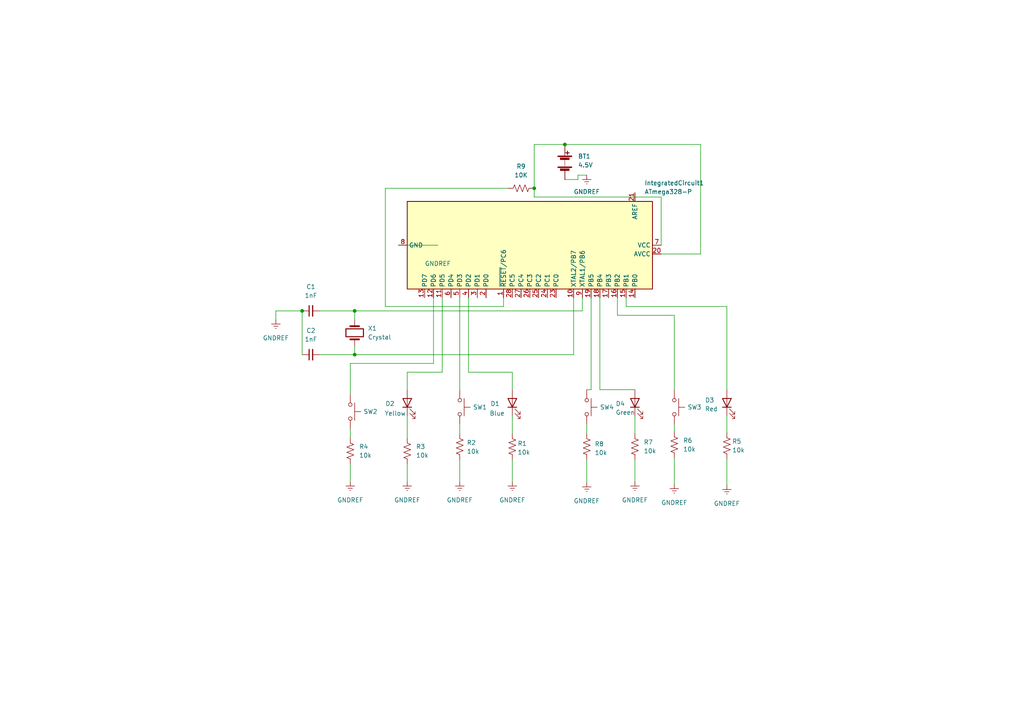
<source format=kicad_sch>
(kicad_sch (version 20211123) (generator eeschema)
  (paper "A4")
  (title_block (title "Simon Says") (date "2022-03-10") (rev "v01") (comment 4 "Author: Srishti Nautiyal and Iria Wang"))
  (lib_symbols
    (symbol "Device:Battery" (pin_numbers hide) (pin_names (offset 0) hide)
      (property "Reference" "BT" (at 2.54 2.54 0))
      (property "Value" "Battery" (at 2.54 0 0))
      (symbol "Battery_0_1"
        (rectangle (start -2.032 -1.397) (end 2.032 -1.651) (fill (type outline)))
        (rectangle (start -2.032 1.778) (end 2.032 1.524) (fill (type outline)))
        (rectangle (start -1.3208 -1.9812) (end 1.27 -2.4892) (fill (type outline)))
        (rectangle (start -1.3208 1.1938) (end 1.27 0.6858) (fill (type outline)))
        (polyline (pts (xy 0 -1.524) (xy 0 -1.27)))
        (polyline (pts (xy 0 -1.016) (xy 0 -0.762)))
        (polyline (pts (xy 0 -0.508) (xy 0 -0.254)))
        (polyline (pts (xy 0 0) (xy 0 0.254)))
        (polyline (pts (xy 0 0.508) (xy 0 0.762)))
        (polyline (pts (xy 0 1.778) (xy 0 2.54)))
        (polyline (pts (xy 0.254 2.667) (xy 1.27 2.667)) (stroke (width 0.254)))
        (polyline (pts (xy 0.762 3.175) (xy 0.762 2.159)) (stroke (width 0.254)))
      )
      (symbol "Battery_1_1"
        (pin passive line (at 0 5.08 270) (length 2.54) (name "+") (number "1"))
        (pin passive line (at 0 -5.08 90) (length 2.54) (name "-") (number "2"))
      )
    )
    (symbol "Device:C_Small" (pin_numbers hide) (pin_names (offset 0.254) hide)
      (property "Reference" "C" (at 0.254 1.778 0))
      (property "Value" "C_Small" (at 0.254 -2.032 0))
      (symbol "C_Small_0_1"
        (polyline (pts (xy -1.524 -0.508) (xy 1.524 -0.508)) (stroke (width 0.3302)))
        (polyline (pts (xy -1.524 0.508) (xy 1.524 0.508)) (stroke (width 0.3048)))
      )
      (symbol "C_Small_1_1"
        (pin passive line (at 0 2.54 270) (length 2.032) (name "~") (number "1"))
        (pin passive line (at 0 -2.54 90) (length 2.032) (name "~") (number "2"))
      )
    )
    (symbol "Device:Crystal" (pin_numbers hide) (pin_names (offset 1.016) hide)
      (property "Reference" "Y" (at 0 3.81 0))
      (property "Value" "Crystal" (at 0 -3.81 0))
      (symbol "Crystal_0_1"
        (rectangle (start -1.143 2.54) (end 1.143 -2.54) (stroke (width 0.3048)))
        (polyline (pts (xy -2.54 0) (xy -1.905 0)))
        (polyline (pts (xy -1.905 -1.27) (xy -1.905 1.27)) (stroke (width 0.508)))
        (polyline (pts (xy 1.905 -1.27) (xy 1.905 1.27)) (stroke (width 0.508)))
        (polyline (pts (xy 2.54 0) (xy 1.905 0)))
      )
      (symbol "Crystal_1_1"
        (pin passive line (at -3.81 0 0) (length 1.27) (name "1") (number "1"))
        (pin passive line (at 3.81 0 180) (length 1.27) (name "2") (number "2"))
      )
    )
    (symbol "Device:LED" (pin_numbers hide) (pin_names (offset 1.016) hide)
      (property "Reference" "D" (at 0 2.54 0))
      (property "Value" "LED" (at 0 -2.54 0))
      (symbol "LED_0_1"
        (polyline (pts (xy -1.27 -1.27) (xy -1.27 1.27)) (stroke (width 0.254)))
        (polyline (pts (xy -1.27 0) (xy 1.27 0)))
        (polyline (pts (xy 1.27 -1.27) (xy 1.27 1.27) (xy -1.27 0) (xy 1.27 -1.27)) (stroke (width 0.254)))
        (polyline (pts (xy -3.048 -0.762) (xy -4.572 -2.286) (xy -3.81 -2.286) (xy -4.572 -2.286) (xy -4.572 -1.524)))
        (polyline (pts (xy -1.778 -0.762) (xy -3.302 -2.286) (xy -2.54 -2.286) (xy -3.302 -2.286) (xy -3.302 -1.524)))
      )
      (symbol "LED_1_1"
        (pin passive line (at -3.81 0 0) (length 2.54) (name "K") (number "1"))
        (pin passive line (at 3.81 0 180) (length 2.54) (name "A") (number "2"))
      )
    )
    (symbol "Device:R_US" (pin_numbers hide) (pin_names (offset 0))
      (property "Reference" "R" (at 2.54 0 90))
      (property "Value" "R_US" (at -2.54 0 90))
      (symbol "R_US_0_1"
        (polyline (pts (xy 0 -2.286) (xy 0 -2.54)))
        (polyline (pts (xy 0 2.286) (xy 0 2.54)))
        (polyline (pts (xy 0 -0.762) (xy 1.016 -1.143) (xy 0 -1.524) (xy -1.016 -1.905) (xy 0 -2.286)))
        (polyline (pts (xy 0 0.762) (xy 1.016 0.381) (xy 0 0) (xy -1.016 -0.381) (xy 0 -0.762)))
        (polyline (pts (xy 0 2.286) (xy 1.016 1.905) (xy 0 1.524) (xy -1.016 1.143) (xy 0 0.762)))
      )
      (symbol "R_US_1_1"
        (pin passive line (at 0 3.81 270) (length 1.27) (name "~") (number "1"))
        (pin passive line (at 0 -3.81 90) (length 1.27) (name "~") (number "2"))
      )
    )
    (symbol "MCU_Microchip_ATmega:ATmega328-P"
      (property "Reference" "U" (at -12.7 36.83 0))
      (property "Value" "ATmega328-P" (at 2.54 -36.83 0))
      (symbol "ATmega328-P_0_1"
        (rectangle (start -12.7 -35.56) (end 12.7 35.56) (stroke (width 0.254)) (fill (type background)))
      )
      (symbol "ATmega328-P_1_1"
        (pin bidirectional line (at 15.24 -7.62 180) (length 2.54) (name "~{RESET}/PC6") (number "1"))
        (pin bidirectional line (at 15.24 12.7 180) (length 2.54) (name "XTAL2/PB7") (number "10"))
        (pin bidirectional line (at 15.24 -25.4 180) (length 2.54) (name "PD5") (number "11"))
        (pin bidirectional line (at 15.24 -27.94 180) (length 2.54) (name "PD6") (number "12"))
        (pin bidirectional line (at 15.24 -30.48 180) (length 2.54) (name "PD7") (number "13"))
        (pin bidirectional line (at 15.24 30.48 180) (length 2.54) (name "PB0") (number "14"))
        (pin bidirectional line (at 15.24 27.94 180) (length 2.54) (name "PB1") (number "15"))
        (pin bidirectional line (at 15.24 25.4 180) (length 2.54) (name "PB2") (number "16"))
        (pin bidirectional line (at 15.24 22.86 180) (length 2.54) (name "PB3") (number "17"))
        (pin bidirectional line (at 15.24 20.32 180) (length 2.54) (name "PB4") (number "18"))
        (pin bidirectional line (at 15.24 17.78 180) (length 2.54) (name "PB5") (number "19"))
        (pin bidirectional line (at 15.24 -12.7 180) (length 2.54) (name "PD0") (number "2"))
        (pin power_in line (at 2.54 38.1 270) (length 2.54) (name "AVCC") (number "20"))
        (pin passive line (at -15.24 30.48 0) (length 2.54) (name "AREF") (number "21"))
        (pin passive line (at 0 -38.1 90) (length 2.54) hide (name "GND") (number "22"))
        (pin bidirectional line (at 15.24 7.62 180) (length 2.54) (name "PC0") (number "23"))
        (pin bidirectional line (at 15.24 5.08 180) (length 2.54) (name "PC1") (number "24"))
        (pin bidirectional line (at 15.24 2.54 180) (length 2.54) (name "PC2") (number "25"))
        (pin bidirectional line (at 15.24 0 180) (length 2.54) (name "PC3") (number "26"))
        (pin bidirectional line (at 15.24 -2.54 180) (length 2.54) (name "PC4") (number "27"))
        (pin bidirectional line (at 15.24 -5.08 180) (length 2.54) (name "PC5") (number "28"))
        (pin bidirectional line (at 15.24 -15.24 180) (length 2.54) (name "PD1") (number "3"))
        (pin bidirectional line (at 15.24 -17.78 180) (length 2.54) (name "PD2") (number "4"))
        (pin bidirectional line (at 15.24 -20.32 180) (length 2.54) (name "PD3") (number "5"))
        (pin bidirectional line (at 15.24 -22.86 180) (length 2.54) (name "PD4") (number "6"))
        (pin power_in line (at 0 38.1 270) (length 2.54) (name "VCC") (number "7"))
        (pin power_in line (at 0 -38.1 90) (length 2.54) (name "GND") (number "8"))
        (pin bidirectional line (at 15.24 15.24 180) (length 2.54) (name "XTAL1/PB6") (number "9"))
      )
    )
    (symbol "Switch:SW_Push" (pin_numbers hide) (pin_names (offset 1.016) hide)
      (property "Reference" "SW" (at 1.27 2.54 0))
      (property "Value" "SW_Push" (at 0 -1.524 0))
      (symbol "SW_Push_0_1"
        (circle (center -2.032 0) (radius 0.508))
        (polyline (pts (xy 0 1.27) (xy 0 3.048)))
        (polyline (pts (xy 2.54 1.27) (xy -2.54 1.27)))
        (circle (center 2.032 0) (radius 0.508))
        (pin passive line (at -5.08 0 0) (length 2.54) (name "1") (number "1"))
        (pin passive line (at 5.08 0 180) (length 2.54) (name "2") (number "2"))
      )
    )
    (symbol "power:GNDREF" (power) (pin_names (offset 0))
      (property "Value" "GNDREF" (at 0 -3.81 0))
      (symbol "GNDREF_0_1"
        (polyline (pts (xy -0.635 -1.905) (xy 0.635 -1.905)))
        (polyline (pts (xy -0.127 -2.54) (xy 0.127 -2.54)))
        (polyline (pts (xy 0 -1.27) (xy 0 0)))
        (polyline (pts (xy 1.27 -1.27) (xy -1.27 -1.27)))
      )
      (symbol "GNDREF_1_1"
        (pin power_in line (at 0 0 270) (length 0) hide (name "GNDREF") (number "1"))
      )
    )
  )
  (junction (at 163.83 41.91))
  (junction (at 102.87 102.87))
  (junction (at 102.87 90.17))
  (junction (at 154.94 54.61))
  (junction (at 87.63 90.17))
  (wire (pts (xy 101.6 134.62) (xy 101.6 139.7)))
  (wire (pts (xy 163.83 52.07) (xy 167.64 52.07)))
  (wire (pts (xy 171.45 113.03) (xy 170.18 113.03)))
  (wire (pts (xy 170.18 139.954) (xy 170.18 133.35)))
  (wire (pts (xy 168.91 90.17) (xy 102.87 90.17)))
  (wire (pts (xy 118.11 120.65) (xy 118.11 127)))
  (wire (pts (xy 173.99 113.03) (xy 184.15 113.03)))
  (wire (pts (xy 166.37 86.36) (xy 166.37 102.87)))
  (wire (pts (xy 195.58 123.19) (xy 195.58 125.222)))
  (wire (pts (xy 167.64 50.8) (xy 170.18 50.8)))
  (wire (pts (xy 102.87 100.33) (xy 102.87 102.87)))
  (wire (pts (xy 92.71 90.17) (xy 102.87 90.17)))
  (wire (pts (xy 87.63 90.17) (xy 87.63 102.87)))
  (wire (pts (xy 195.58 132.842) (xy 195.58 140.462)))
  (wire (pts (xy 133.35 86.36) (xy 133.35 113.03)))
  (wire (pts (xy 184.15 133.35) (xy 184.15 139.7)))
  (wire (pts (xy 92.71 102.87) (xy 102.87 102.87)))
  (wire (pts (xy 102.87 90.17) (xy 102.87 92.71)))
  (wire (pts (xy 181.61 86.36) (xy 181.61 88.9)))
  (wire (pts (xy 166.37 102.87) (xy 102.87 102.87)))
  (wire (pts (xy 101.6 105.41) (xy 125.73 105.41)))
  (wire (pts (xy 128.27 107.95) (xy 118.11 107.95)))
  (wire (pts (xy 135.89 107.95) (xy 148.59 107.95)))
  (wire (pts (xy 154.94 57.15) (xy 154.94 54.61)))
  (wire (pts (xy 154.94 41.91) (xy 163.83 41.91)))
  (wire (pts (xy 101.6 124.46) (xy 101.6 127)))
  (wire (pts (xy 133.35 123.19) (xy 133.35 125.73)))
  (wire (pts (xy 115.57 71.12) (xy 127 71.12)))
  (wire (pts (xy 125.73 86.36) (xy 125.73 105.41)))
  (wire (pts (xy 111.76 88.9) (xy 146.05 88.9)))
  (wire (pts (xy 167.64 52.07) (xy 167.64 50.8)))
  (wire (pts (xy 135.89 86.36) (xy 135.89 107.95)))
  (wire (pts (xy 111.76 54.61) (xy 111.76 88.9)))
  (wire (pts (xy 195.58 91.44) (xy 195.58 113.03)))
  (wire (pts (xy 148.59 120.65) (xy 148.59 125.73)))
  (wire (pts (xy 181.61 88.9) (xy 210.82 88.9)))
  (wire (pts (xy 203.2 41.91) (xy 203.2 73.66)))
  (wire (pts (xy 118.11 134.62) (xy 118.11 139.7)))
  (wire (pts (xy 148.59 107.95) (xy 148.59 113.03)))
  (wire (pts (xy 80.01 90.17) (xy 87.63 90.17)))
  (wire (pts (xy 203.2 73.66) (xy 191.77 73.66)))
  (wire (pts (xy 173.99 86.36) (xy 173.99 113.03)))
  (wire (pts (xy 148.59 133.35) (xy 148.59 139.7)))
  (wire (pts (xy 184.15 120.65) (xy 184.15 125.73)))
  (wire (pts (xy 168.91 86.36) (xy 168.91 90.17)))
  (wire (pts (xy 163.83 41.91) (xy 203.2 41.91)))
  (wire (pts (xy 128.27 86.36) (xy 128.27 107.95)))
  (wire (pts (xy 210.82 120.65) (xy 210.82 125.476)))
  (wire (pts (xy 146.05 88.9) (xy 146.05 86.36)))
  (wire (pts (xy 80.01 92.71) (xy 80.01 90.17)))
  (wire (pts (xy 154.94 41.91) (xy 154.94 54.61)))
  (wire (pts (xy 179.07 86.36) (xy 179.07 91.44)))
  (wire (pts (xy 191.77 57.15) (xy 154.94 57.15)))
  (wire (pts (xy 133.35 133.35) (xy 133.35 139.7)))
  (wire (pts (xy 170.18 123.19) (xy 170.18 125.73)))
  (wire (pts (xy 171.45 86.36) (xy 171.45 113.03)))
  (wire (pts (xy 147.32 54.61) (xy 111.76 54.61)))
  (wire (pts (xy 210.82 88.9) (xy 210.82 113.03)))
  (wire (pts (xy 118.11 107.95) (xy 118.11 113.03)))
  (wire (pts (xy 179.07 91.44) (xy 195.58 91.44)))
  (wire (pts (xy 101.6 114.3) (xy 101.6 105.41)))
  (wire (pts (xy 210.82 133.096) (xy 210.82 140.716)))
  (wire (pts (xy 191.77 71.12) (xy 191.77 57.15)))
  (symbol (lib_id "Device:C_Small") (at 90.17 102.87 90) (unit 1)
    (property "Reference" "C2" (at 90.1763 95.885 90))
    (property "Value" "1nF" (at 90.1763 98.425 90))
    (property "Footprint" "Capacitor_THT:CP_Radial_D4.0mm_P1.50mm" (effects hide))
  )
  (symbol (lib_id "Device:LED") (at 210.82 116.84 90) (unit 1)
    (property "Reference" "D3" (at 204.47 116.078 90) (effects (justify right)))
    (property "Value" "Red" (at 204.47 118.618 90) (effects (justify right)))
    (property "Footprint" "LED_THT:LED_D3.0mm" (effects hide))
  )
  (symbol (lib_id "power:GNDREF") (at 101.6 139.7 0) (unit 1)
    (property "Reference" "#PWR01" (effects hide))
    (property "Value" "GNDREF" (at 101.6 145.034 0))
  )
  (symbol (lib_id "Device:LED") (at 184.15 116.84 90) (unit 1)
    (property "Reference" "D4" (at 178.562 117.094 90) (effects (justify right)))
    (property "Value" "Green" (at 178.562 119.634 90) (effects (justify right)))
    (property "Footprint" "LED_THT:LED_D3.0mm" (effects hide))
  )
  (symbol (lib_id "power:GNDREF") (at 184.15 139.7 0) (unit 1)
    (property "Reference" "#PWR08" (effects hide))
    (property "Value" "GNDREF" (at 184.15 145.034 0))
  )
  (symbol (lib_id "power:GNDREF") (at 210.82 140.716 0) (unit 1)
    (property "Reference" "#PWR010" (effects hide))
    (property "Value" "GNDREF" (at 210.82 146.05 0))
  )
  (symbol (lib_id "power:GNDREF") (at 170.18 50.8 0) (unit 1)
    (property "Reference" "#PWR06" (effects hide))
    (property "Value" "GNDREF" (at 170.18 55.626 0))
  )
  (symbol (lib_id "Device:R_US") (at 133.35 129.54 0) (unit 1)
    (property "Reference" "R2" (at 135.382 128.397 0) (effects (justify left)))
    (property "Value" "10k" (at 135.382 130.937 0) (effects (justify left)))
    (property "Footprint" "Resistor_THT:R_Axial_DIN0207_L6.3mm_D2.5mm_P7.62mm_Horizontal" (effects hide))
  )
  (symbol (lib_id "Switch:SW_Push") (at 195.58 118.11 270) (unit 1)
    (property "Reference" "SW3" (at 199.39 118.1099 90) (effects (justify left)))
    (property "Value" "SW_Push" (effects hide))
    (property "Footprint" "Button_Switch_THT:SW_TH_Tactile_Omron_B3F-10xx" (effects hide))
  )
  (symbol (lib_id "Device:R_US") (at 210.82 129.286 0) (unit 1)
    (property "Reference" "R5" (at 212.344 128.016 0) (effects (justify left)))
    (property "Value" "10k" (at 212.344 130.556 0) (effects (justify left)))
    (property "Footprint" "Resistor_THT:R_Axial_DIN0207_L6.3mm_D2.5mm_P7.62mm_Horizontal" (effects hide))
  )
  (symbol (lib_id "power:GNDREF") (at 127 71.12 0) (unit 1)
    (property "Reference" "#PWR03" (effects hide))
    (property "Value" "GNDREF" (at 127 76.454 0))
  )
  (symbol (lib_id "Device:C_Small") (at 90.17 90.17 90) (unit 1)
    (property "Reference" "C1" (at 90.1763 83.185 90))
    (property "Value" "1nF" (at 90.1763 85.725 90))
    (property "Footprint" "Capacitor_THT:CP_Radial_D4.0mm_P1.50mm" (effects hide))
  )
  (symbol (lib_id "Device:Battery") (at 163.83 46.99 0) (unit 1)
    (property "Reference" "BT1" (at 167.64 45.3389 0) (effects (justify left)))
    (property "Value" "4.5V" (at 167.64 47.8789 0) (effects (justify left)))
    (property "Footprint" "Battery:BatteryHolder_Keystone_2479_3xAAA" (effects hide))
  )
  (symbol (lib_id "power:GNDREF") (at 170.18 139.954 0) (unit 1)
    (property "Reference" "#PWR07" (effects hide))
    (property "Value" "GNDREF" (at 170.18 145.288 0))
  )
  (symbol (lib_id "Device:R_US") (at 101.6 130.81 0) (unit 1)
    (property "Reference" "R4" (at 104.14 129.5399 0) (effects (justify left)))
    (property "Value" "10k" (at 104.14 132.0799 0) (effects (justify left)))
    (property "Footprint" "Resistor_THT:R_Axial_DIN0207_L6.3mm_D2.5mm_P7.62mm_Horizontal" (effects hide))
  )
  (symbol (lib_id "Device:Crystal") (at 102.87 96.52 90) (unit 1)
    (property "Reference" "X1" (at 106.68 95.2499 90) (effects (justify right)))
    (property "Value" "Crystal" (at 106.68 97.7899 90) (effects (justify right)))
    (property "Footprint" "Crystal:Crystal_HC49-4H_Vertical" (effects hide))
  )
  (symbol (lib_id "Device:R_US") (at 148.59 129.54 0) (unit 1)
    (property "Reference" "R1" (at 150.114 128.651 0) (effects (justify left)))
    (property "Value" "10k" (at 150.114 131.191 0) (effects (justify left)))
    (property "Footprint" "Resistor_THT:R_Axial_DIN0207_L6.3mm_D2.5mm_P7.62mm_Horizontal" (effects hide))
  )
  (symbol (lib_id "Device:R_US") (at 118.11 130.81 0) (unit 1)
    (property "Reference" "R3" (at 120.65 129.5399 0) (effects (justify left)))
    (property "Value" "10k" (at 120.65 132.0799 0) (effects (justify left)))
    (property "Footprint" "Resistor_THT:R_Axial_DIN0207_L6.3mm_D2.5mm_P7.62mm_Horizontal" (effects hide))
  )
  (symbol (lib_id "Device:LED") (at 148.59 116.84 90) (unit 1)
    (property "Reference" "D1" (at 142.24 117.094 90) (effects (justify right)))
    (property "Value" "Blue" (at 141.986 119.888 90) (effects (justify right)))
    (property "Footprint" "LED_THT:LED_D3.0mm" (effects hide))
  )
  (symbol (lib_id "power:GNDREF") (at 118.11 139.7 0) (unit 1)
    (property "Reference" "#PWR02" (effects hide))
    (property "Value" "GNDREF" (at 118.11 145.034 0))
  )
  (symbol (lib_id "Switch:SW_Push") (at 133.35 118.11 270) (unit 1)
    (property "Reference" "SW1" (at 137.16 118.1099 90) (effects (justify left)))
    (property "Value" "SW_Push" (effects hide))
    (property "Footprint" "Button_Switch_THT:SW_TH_Tactile_Omron_B3F-10xx" (effects hide))
  )
  (symbol (lib_id "power:GNDREF") (at 195.58 140.462 0) (unit 1)
    (property "Reference" "#PWR09" (effects hide))
    (property "Value" "GNDREF" (at 195.58 145.796 0))
  )
  (symbol (lib_id "Device:R_US") (at 170.18 129.54 0) (unit 1)
    (property "Reference" "R8" (at 172.466 128.778 0) (effects (justify left)))
    (property "Value" "10k" (at 172.466 131.318 0) (effects (justify left)))
    (property "Footprint" "Resistor_THT:R_Axial_DIN0207_L6.3mm_D2.5mm_P7.62mm_Horizontal" (effects hide))
  )
  (symbol (lib_id "Switch:SW_Push") (at 101.6 119.38 270) (unit 1)
    (property "Reference" "SW2" (at 105.41 119.3799 90) (effects (justify left)))
    (property "Value" "SW_Push" (effects hide))
    (property "Footprint" "Button_Switch_THT:SW_TH_Tactile_Omron_B3F-10xx" (effects hide))
  )
  (symbol (lib_id "Device:LED") (at 118.11 116.84 90) (unit 1)
    (property "Reference" "D2" (at 111.76 117.094 90) (effects (justify right)))
    (property "Value" "Yellow" (at 111.506 119.888 90) (effects (justify right)))
    (property "Footprint" "LED_THT:LED_D3.0mm" (effects hide))
  )
  (symbol (lib_id "Device:R_US") (at 151.13 54.61 90) (unit 1)
    (property "Reference" "R9" (at 151.13 48.26 90))
    (property "Value" "10K" (at 151.13 50.8 90))
    (property "Footprint" "Resistor_THT:R_Axial_DIN0207_L6.3mm_D2.5mm_P7.62mm_Horizontal" (effects hide))
  )
  (symbol (lib_id "Switch:SW_Push") (at 170.18 118.11 270) (unit 1)
    (property "Reference" "SW4" (at 173.99 118.1099 90) (effects (justify left)))
    (property "Value" "SW_Push" (effects hide))
    (property "Footprint" "Button_Switch_THT:SW_TH_Tactile_Omron_B3F-10xx" (effects hide))
  )
  (symbol (lib_id "Device:R_US") (at 195.58 129.032 0) (unit 1)
    (property "Reference" "R6" (at 198.12 127.7619 0) (effects (justify left)))
    (property "Value" "10k" (at 198.12 130.3019 0) (effects (justify left)))
    (property "Footprint" "Resistor_THT:R_Axial_DIN0207_L6.3mm_D2.5mm_P7.62mm_Horizontal" (effects hide))
  )
  (symbol (lib_id "power:GNDREF") (at 80.01 92.71 0) (unit 1)
    (property "Reference" "#PWR?" (effects hide))
    (property "Value" "GNDREF" (at 80.01 98.044 0))
  )
  (symbol (lib_id "power:GNDREF") (at 133.35 139.7 0) (unit 1)
    (property "Reference" "#PWR04" (effects hide))
    (property "Value" "GNDREF" (at 133.35 145.034 0))
  )
  (symbol (lib_id "power:GNDREF") (at 148.59 139.7 0) (unit 1)
    (property "Reference" "#PWR05" (effects hide))
    (property "Value" "GNDREF" (at 148.59 145.034 0))
  )
  (symbol (lib_id "MCU_Microchip_ATmega:ATmega328-P") (at 153.67 71.12 270) (unit 1)
    (property "Reference" "IntegratedCircuit1" (at 186.9187 53.086 90) (effects (justify left)))
    (property "Value" "ATmega328-P" (at 186.9187 55.626 90) (effects (justify left)))
    (property "Footprint" "Package_DIP:DIP-28_W7.62mm" (effects hide))
    (property "Datasheet" "http://ww1.microchip.com/downloads/en/DeviceDoc/ATmega328_P%20AVR%20MCU%20with%20picoPower%20Technology%20Data%20Sheet%2040001984A.pdf" (effects hide))
  )
  (symbol (lib_id "Device:R_US") (at 184.15 129.54 0) (unit 1)
    (property "Reference" "R7" (at 186.69 128.2699 0) (effects (justify left)))
    (property "Value" "10k" (at 186.69 130.8099 0) (effects (justify left)))
    (property "Footprint" "Resistor_THT:R_Axial_DIN0207_L6.3mm_D2.5mm_P7.62mm_Horizontal" (effects hide))
  )
)
</source>
